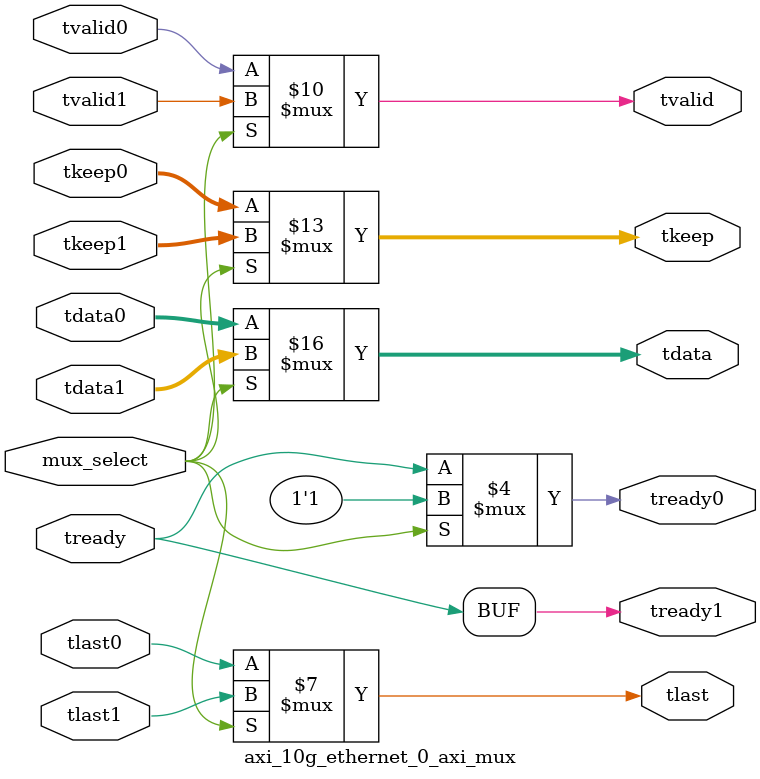
<source format=v>

`timescale 1 ps/1 ps

module axi_10g_ethernet_0_axi_mux (
   input                   mux_select,

   // mux inputs
   input       [63:0]      tdata0,
   input       [7:0]       tkeep0,
   input                   tvalid0,
   input                   tlast0,
   output reg              tready0,

   input       [63:0]      tdata1,
   input       [7:0]       tkeep1,
   input                   tvalid1,
   input                   tlast1,
   output reg              tready1,

   // mux outputs
   output reg  [63:0]      tdata,
   output reg  [7:0]       tkeep,
   output reg              tvalid,
   output reg              tlast,
   input                   tready
);

always @(mux_select or tdata0 or tvalid0 or tlast0 or tdata1 or tkeep0 or tkeep1 or
         tvalid1 or tlast1)
begin
   if (mux_select) begin
      tdata    = tdata1;
      tkeep    = tkeep1;
      tvalid   = tvalid1;
      tlast    = tlast1;
   end
   else begin
      tdata    = tdata0;
      tkeep    = tkeep0;
      tvalid   = tvalid0;
      tlast    = tlast0;
   end
end

always @(mux_select or tready)
begin
   if (mux_select) begin
      tready0  = 1'b1;
   end
   else begin
      tready0  = tready;
   end
   tready1     = tready;
end

endmodule

</source>
